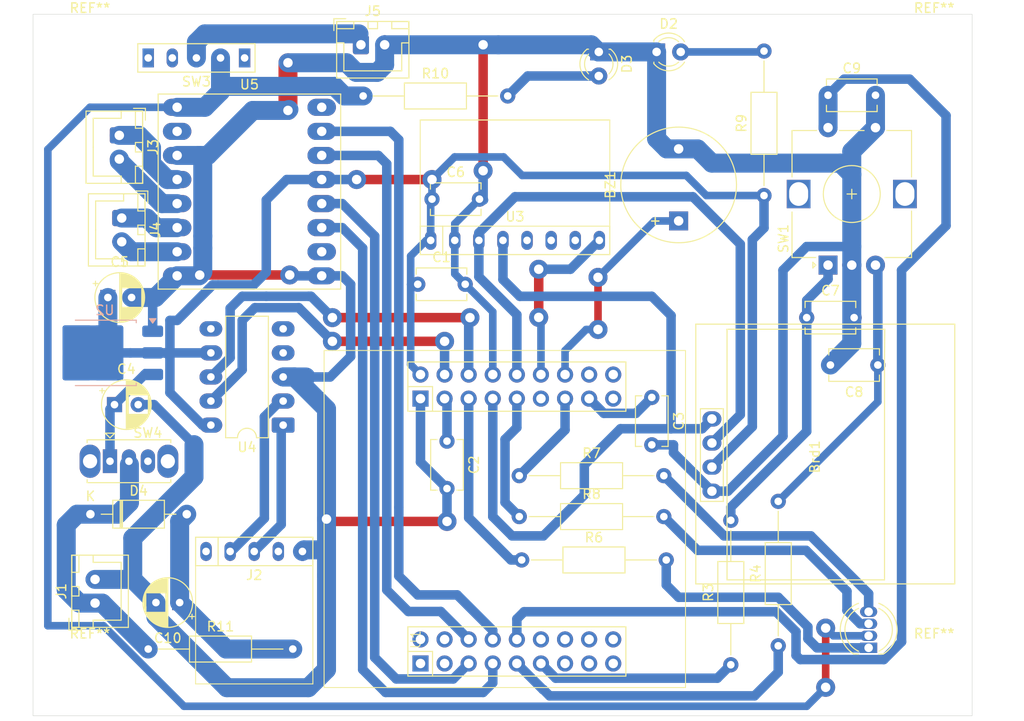
<source format=kicad_pcb>
(kicad_pcb (version 20241229) (generator "pcbnew") (generator_version "9.0")
  (layers (0 "F.Cu" signal) (2 "B.Cu" signal) (13 "F.Paste" user) (15 "B.Paste" user) (5 "F.SilkS" user "F.Silkscreen") (7 "B.SilkS" user "B.Silkscreen") (1 "F.Mask" user) (3 "B.Mask" user) (25 "Edge.Cuts" user))
  (net 0 "")
  (net 1 "+3V3")
  (net 2 "/SCL")
  (net 3 "GND")
  (net 4 "/SDA")
  (net 5 "/BUZZER")
  (net 6 "/EN")
  (net 7 "/IO0")
  (net 8 "Net-(SW4-A)")
  (net 9 "Net-(C7-Pad1)")
  (net 10 "/ROT_SW")
  (net 11 "Net-(D4-A)")
  (net 12 "Net-(D1-GK)")
  (net 13 "Net-(D1-RK)")
  (net 14 "Net-(D1-BK)")
  (net 15 "/VBAT")
  (net 16 "Net-(D2-A)")
  (net 17 "Net-(D3-A)")
  (net 18 "Net-(D4-K)")
  (net 19 "Net-(J2-D+)")
  (net 22 "Net-(J2-D-)")
  (net 23 "Net-(J3-Pin_1)")
  (net 24 "Net-(J3-Pin_2)")
  (net 25 "Net-(J4-Pin_2)")
  (net 26 "Net-(J4-Pin_1)")
  (net 27 "Net-(J5-Pin_1)")
  (net 28 "/ROT_B")
  (net 29 "/ROT_A")
  (net 30 "Net-(C8-Pad1)")
  (net 31 "/LED_R")
  (net 32 "/LED_G")
  (net 33 "/LED_B")
  (net 39 "/BIN2")
  (net 40 "/BIN1")
  (net 45 "/AIN2")
  (net 46 "/AIN1")
  (net 49 "/TX0")
  (net 51 "/RX0")
  (net 52 "/MPU_INT")
  (footprint "Button_Switch_THT:SW_Slide_SPDT_Straight_CK_OS102011MS2Q" (layer "F.Cu") (at 96.552 112.649)
    (property "Reference" "SW4")
    (property "Value" "SW_SPDT")
  )
  (footprint "Resistor_THT:R_Axial_DIN0207_L6.3mm_D2.5mm_P15.24mm_Horizontal" (layer "F.Cu") (at 165.5 84.62 90)
    (property "Reference" "R9")
    (property "Value" "10k")
  )
  (footprint "AKI_Toggle_SW:SPDT_With_Mounting_Hole" (layer "F.Cu") (at 105.664 70.104)
    (property "Reference" "SW3")
    (property "Value" "SW_SPDT")
  )
  (footprint "MountingHole:MountingHole_3.2mm_M3" (layer "F.Cu") (at 183.44 69.04)
    (property "Reference" "REF**")
    (property "Value" "MountingHole_3.2mm_M3")
  )
  (footprint "Resistor_THT:R_Axial_DIN0207_L6.3mm_D2.5mm_P15.24mm_Horizontal" (layer "F.Cu") (at 100.584 132.461)
    (property "Reference" "R11")
    (property "Value" "10k")
  )
  (footprint "Connector_JST:JST_XH_B2B-XH-A_1x02_P2.50mm_Vertical" (layer "F.Cu") (at 94.979 127.615 90)
    (property "Reference" "J1")
    (property "Value" "9V IN")
  )
  (footprint "ESP32:ESP-32SBoard" (layer "F.Cu") (at 129.286 131.445 90)
    (property "Reference" "U1")
    (property "Value" "ESP32-WROOM-32")
  )
  (footprint "MountingHole:MountingHole_3.2mm_M3" (layer "F.Cu") (at 183.44 135.04)
    (property "Reference" "REF**")
    (property "Value" "MountingHole_3.2mm_M3")
  )
  (footprint "Resistor_THT:R_Axial_DIN0207_L6.3mm_D2.5mm_P15.24mm_Horizontal" (layer "F.Cu") (at 139.954 123.063)
    (property "Reference" "R6")
    (property "Value" "1k")
  )
  (footprint "Capacitor_THT:C_Disc_D5.1mm_W3.2mm_P5.00mm" (layer "F.Cu") (at 170 97.5)
    (property "Reference" "C7")
    (property "Value" "0.1uF")
  )
  (footprint "Buzzer_Beeper:Buzzer_12x9.5RM7.6" (layer "F.Cu") (at 156.5 87.3 90)
    (property "Reference" "BZ1")
    (property "Value" "Buzzer")
  )
  (footprint "Capacitor_THT:C_Disc_D5.1mm_W3.2mm_P5.00mm" (layer "F.Cu") (at 172.252 74.041)
    (property "Reference" "C9")
    (property "Value" "0.1uF")
  )
  (footprint "Capacitor_THT:CP_Radial_D5.0mm_P2.50mm" (layer "F.Cu") (at 96.330888 95.377)
    (property "Reference" "C5")
    (property "Value" "22uF")
  )
  (footprint "Diode_THT:D_A-405_P10.16mm_Horizontal" (layer "F.Cu") (at 94.488 118.237)
    (property "Reference" "D4")
    (property "Value" "D")
  )
  (footprint "microUSB-board:MicroUSBBoard" (layer "F.Cu") (at 111.76 122.167)
    (property "Reference" "J2")
    (property "Value" "USB_B_Micro")
  )
  (footprint "Connector_JST:JST_XH_B2B-XH-A_1x02_P2.50mm_Vertical" (layer "F.Cu") (at 97.536 78.272 -90)
    (property "Reference" "J3")
    (property "Value" "Motor R")
  )
  (footprint "Capacitor_THT:C_Disc_D5.1mm_W3.2mm_P5.00mm" (layer "F.Cu") (at 130.5 85)
    (property "Reference" "C6")
    (property "Value" "0.1uF")
  )
  (footprint "MountingHole:MountingHole_3.2mm_M3" (layer "F.Cu") (at 94.44 69.04)
    (property "Reference" "REF**")
    (property "Value" "MountingHole_3.2mm_M3")
  )
  (footprint "Capacitor_THT:C_Disc_D5.1mm_W3.2mm_P5.00mm" (layer "F.Cu") (at 132.08 110.53 -90)
    (property "Reference" "C2")
    (property "Value" "0.1uF")
  )
  (footprint "LED_THT:LED_D3.0mm" (layer "F.Cu") (at 154.178 69.469)
    (property "Reference" "D2")
    (property "Value" "LED")
  )
  (footprint "Capacitor_THT:C_Disc_D5.1mm_W3.2mm_P5.00mm" (layer "F.Cu") (at 129 93.98)
    (property "Reference" "C1")
    (property "Value" "0.1uF")
  )
  (footprint "Resistor_THT:R_Axial_DIN0207_L6.3mm_D2.5mm_P15.24mm_Horizontal" (layer "F.Cu") (at 162 134.12 90)
    (property "Reference" "R3")
    (property "Value" "10k")
  )
  (footprint "Resistor_THT:R_Axial_DIN0207_L6.3mm_D2.5mm_P15.24mm_Horizontal" (layer "F.Cu") (at 167 132.12 90)
    (property "Reference" "R4")
    (property "Value" "10k")
  )
  (footprint "GY-521:GY-521_Part_side_up" (layer "F.Cu") (at 139.25 89.35 180)
    (property "Reference" "U3")
    (property "Value" "GY-521")
  )
  (footprint "DRV8833_Module:DRV8833_Module" (layer "F.Cu") (at 111.252 84.201 -90)
    (property "Reference" "U5")
    (property "Value" "DRV8833 Module")
  )
  (footprint "LED_THT:LED_D5.0mm-4_RGB" (layer "F.Cu") (at 176.53 132.334 90)
    (property "Reference" "D1" (hide yes))
    (property "Value" "LED_RABG")
  )
  (footprint "Capacitor_THT:C_Disc_D5.1mm_W3.2mm_P5.00mm" (layer "F.Cu") (at 153.67 105.918 -90)
    (property "Reference" "C3")
    (property "Value" "0.1uF")
  )
  (footprint "Connector_JST:JST_XH_B2B-XH-A_1x02_P2.50mm_Vertical" (layer "F.Cu") (at 123.0068 68.7154)
    (property "Reference" "J5")
    (property "Value" "Motor BAT")
  )
  (footprint "Capacitor_THT:CP_Radial_D5.0mm_P2.50mm" (layer "F.Cu") (at 97.028 106.68)
    (property "Reference" "C4")
    (property "Value" "10uF")
  )
  (footprint "MountingHole:MountingHole_3.2mm_M3" (layer "F.Cu") (at 94.44 135.04)
    (property "Reference" "REF**")
    (property "Value" "MountingHole_3.2mm_M3")
  )
  (footprint "Resistor_THT:R_Axial_DIN0207_L6.3mm_D2.5mm_P15.24mm_Horizontal" (layer "F.Cu") (at 139.7 118.491)
    (property "Reference" "R8")
    (property "Value" "1k")
  )
  (footprint "LED_THT:LED_D3.0mm" (layer "F.Cu") (at 148.082 69.469 -90)
    (property "Reference" "D3")
    (property "Value" "LED")
  )
  (footprint "Capacitor_THT:C_Disc_D5.1mm_W3.2mm_P5.00mm" (layer "F.Cu") (at 177.5 102.5 180)
    (property "Reference" "C8")
    (property "Value" "0.1uF")
  )
  (footprint "SSD1306:128x64OLED" (layer "F.Cu") (at 170.608 112.187 90)
    (property "Reference" "Brd1")
    (property "Value" "SSD1306")
  )
  (footprint "Resistor_THT:R_Axial_DIN0207_L6.3mm_D2.5mm_P15.24mm_Horizontal" (layer "F.Cu") (at 139.7 114.173)
    (property "Reference" "R7")
    (property "Value" "1k")
  )
  (footprint "Rotary_Encoder:RotaryEncoder_Alps_EC12E-Switch_Vertical_H20mm" (layer "F.Cu") (at 172.252 91.959 90)
    (property "Reference" "SW1")
    (property "Value" "RotaryEncoder_Switch")
  )
  (footprint "Resistor_THT:R_Axial_DIN0207_L6.3mm_D2.5mm_P15.24mm_Horizontal" (layer "F.Cu") (at 123.2408 74.1172)
    (property "Reference" "R10")
    (property "Value" "10k")
  )
  (footprint "Capacitor_THT:CP_Radial_D5.0mm_P2.50mm" (layer "F.Cu") (at 103.8968 127.5588 180)
    (property "Reference" "C10")
    (property "Value" "100uF")
  )
  (footprint "Package_DIP:DIP-10_W7.62mm_LongPads" (layer "F.Cu") (at 114.808 108.839 180)
    (property "Reference" "U4")
    (property "Value" "CH340E")
  )
  (footprint "Connector_JST:JST_XH_B2B-XH-A_1x02_P2.50mm_Vertical" (layer "F.Cu") (at 97.79 86.995 -90)
    (property "Reference" "J4")
    (property "Value" "Motor L")
  )
  (footprint "Package_TO_SOT_SMD:TO-252-3_TabPin2" (layer "B.Cu") (at 96.012 101.219 180)
    (property "Reference" "U2")
    (property "Value" "AZ1084-3.3")
  )
  (gr_rect (start 88.44 65.5) (end 187.44 139.5) (stroke (width 0.05)) (fill no) (layer "Edge.Cuts"))
  (gr_circle (center 183.44 135.04) (end 184.94 135.04) (stroke (width 0.05)) (fill no) (layer "Edge.Cuts"))
  (segment (start 122.555 82.931) (end 130.5 82.931) (width 1) (layer "F.Cu") (net 1))
  (via (at 130.5 82.931) (size 2) (drill 1) (layers "F.Cu" "B.Cu") (net 1))
  (via (at 122.555 82.931) (size 2) (drill 1) (layers "F.Cu" "B.Cu") (net 1))
  (segment (start 130.36 89.35) (end 130.36 88.12) (width 0.8) (layer "B.Cu") (net 1))
  (segment (start 130.36 89.35) (end 129.9 89.35) (width 0.8) (layer "B.Cu") (net 1))
  (segment (start 164.268999 89.268999) (end 165.5 88.037998) (width 1) (layer "B.Cu") (net 1))
  (segment (start 102.87 101.6) (end 102.87 105.41) (width 1) (layer "B.Cu") (net 1))
  (segment (start 160.008 113.267) (end 164.268999 109.006001) (width 1) (layer "B.Cu") (net 1))
  (segment (start 129.9 89.35) (end 128.25 91) (width 0.8) (layer "B.Cu") (net 1))
  (segment (start 159.42705 84.62) (end 165.5 84.62) (width 0.8) (layer "B.Cu") (net 1))
  (segment (start 102.87 97.79) (end 102.87 101.6) (width 1) (layer "B.Cu") (net 1))
  (segment (start 102.87 105.41) (end 106.299 108.839) (width 1) (layer "B.Cu") (net 1))
  (segment (start 165.5 88.037998) (end 165.5 84.62) (width 1) (layer "B.Cu") (net 1))
  (segment (start 132.882 80.549) (end 138.049 80.549) (width 0.8) (layer "B.Cu") (net 1))
  (segment (start 107.379576 94.049) (end 107.95 94.049) (width 1) (layer "B.Cu") (net 1))
  (segment (start 106.964288 94.464288) (end 107.379576 94.049) (width 1) (layer "B.Cu") (net 1))
  (segment (start 96.330888 99.597888) (end 96.427 99.694) (width 2) (layer "B.Cu") (net 1))
  (segment (start 140 82.5) (end 157.30705 82.5) (width 0.8) (layer "B.Cu") (net 1))
  (segment (start 157.30705 82.5) (end 159.42705 84.62) (width 0.8) (layer "B.Cu") (net 1))
  (segment (start 138.049 80.549) (end 140 82.5) (width 0.8) (layer "B.Cu") (net 1))
  (segment (start 128.27 93.98) (end 128.25 94) (width 0.8) (layer "B.Cu") (net 1))
  (segment (start 128.25 102.469) (end 129.286 103.505) (width 0.8) (layer "B.Cu") (net 1))
  (segment (start 129 93.98) (end 128.27 93.98) (width 0.8) (layer "B.Cu") (net 1))
  (segment (start 98.7044 101.219) (end 94.752 101.219) (width 1) (layer "B.Cu") (net 1))
  (segment (start 128.25 94) (end 128.25 102.469) (width 0.8) (layer "B.Cu") (net 1))
  (segment (start 96.330888 95.377) (end 96.330888 99.597888) (width 2) (layer "B.Cu") (net 1))
  (segment (start 129 93.98) (end 129 94) (width 0.8) (layer "B.Cu") (net 1))
  (segment (start 102.87 97.79) (end 103.638577 97.79) (width 1) (layer "B.Cu") (net 1))
  (segment (start 101.052 101.219) (end 107.188 101.219) (width 1) (layer "B.Cu") (net 1))
  (segment (start 130.36 85.14) (end 130.5 85) (width 0.8) (layer "B.Cu") (net 1))
  (segment (start 122.301 82.931) (end 118.872 82.931) (width 1) (layer "B.Cu") (net 1))
  (segment (start 130.5 82.931) (end 130.5 85) (width 0.8) (layer "B.Cu") (net 1))
  (segment (start 122.555 83.185) (end 122.301 82.931) (width 1) (layer "B.Cu") (net 1))
  (segment (start 101.052 101.219) (end 102.489 101.219) (width 1) (layer "B.Cu") (net 1))
  (segment (start 128.25 91) (end 128.25 94) (width 0.8) (layer "B.Cu") (net 1))
  (segment (start 118.497577 82.931) (end 118.872 82.931) (width 1) (layer "B.Cu") (net 1))
  (segment (start 103.638577 97.79) (end 106.964288 94.464288) (width 1) (layer "B.Cu") (net 1))
  (segment (start 101.052 101.219) (end 98.7044 101.219) (width 1) (layer "B.Cu") (net 1))
  (segment (start 130.5 82.931) (end 132.882 80.549) (width 0.8) (layer "B.Cu") (net 1))
  (segment (start 102.489 101.219) (end 102.87 101.6) (width 1) (layer "B.Cu") (net 1))
  (segment (start 111.691 94.049) (end 113.03 92.71) (width 1) (layer "B.Cu") (net 1))
  (segment (start 113.03 85.09) (end 115.189 82.931) (width 1) (layer "B.Cu") (net 1))
  (segment (start 164.268999 109.006001) (end 164.268999 89.268999) (width 1) (layer "B.Cu") (net 1))
  (segment (start 115.189 82.931) (end 118.872 82.931) (width 1) (layer "B.Cu") (net 1))
  (segment (start 107.95 94.049) (end 111.691 94.049) (width 1) (layer "B.Cu") (net 1))
  (segment (start 106.299 108.839) (end 107.188 108.839) (width 1) (layer "B.Cu") (net 1))
  (segment (start 113.03 92.71) (end 113.03 85.09) (width 1) (layer "B.Cu") (net 1))
  (segment (start 130.36 89.35) (end 130.36 85.14) (width 0.8) (layer "B.Cu") (net 1))
  (segment (start 139.446 103.505) (end 139.446 97.196) (width 1) (layer "B.Cu") (net 2))
  (segment (start 158 84.75) (end 163 89.75) (width 1) (layer "B.Cu") (net 2))
  (segment (start 135.44 93.19) (end 135.44 89.35) (width 1) (layer "B.Cu") (net 2))
  (segment (start 163 89.75) (end 163 107.735) (width 1) (layer "B.Cu") (net 2))
  (segment (start 160.008 110.727) (end 160.291 110.727) (width 1) (layer "B.Cu") (net 2))
  (segment (start 135.44 89.35) (end 135.44 88.56) (width 1) (layer "B.Cu") (net 2))
  (segment (start 139.7 103.251) (end 139.446 103.505) (width 1) (layer "B.Cu") (net 2))
  (segment (start 135.44 88.56) (end 139.25 84.75) (width 1) (layer "B.Cu") (net 2))
  (segment (start 158 84.75) (end 139.25 84.75) (width 1) (layer "B.Cu") (net 2))
  (segment (start 139.446 97.196) (end 135.44 93.19) (width 1) (layer "B.Cu") (net 2))
  (segment (start 163 107.735) (end 160.008 110.727) (width 1) (layer "B.Cu") (net 2))
  (segment (start 115.5 93) (end 106.023 93) (width 1) (layer "F.Cu") (net 3))
  (segment (start 135.89 82) (end 135.89 68.7154) (width 1) (layer "F.Cu") (net 3))
  (segment (start 115.316 75.6412) (end 115.316 71.2724) (width 2) (layer "F.Cu") (net 3))
  (segment (start 132.08 119) (end 119.5 119) (width 1) (layer "F.Cu") (net 3))
  (segment (start 135.89 68.7154) (end 135.89 68.58) (width 1) (layer "F.Cu") (net 3))
  (segment (start 106.023 93) (end 106.0115 93.0115) (width 1) (layer "F.Cu") (net 3))
  (segment (start 115.316 71.2724) (end 115.316 70.612) (width 2) (layer "F.Cu") (net 3))
  (via (at 119.38 118.75) (size 2) (drill 1) (layers "F.Cu" "B.Cu") (net 3))
  (via (at 132.08 119) (size 2) (drill 1) (layers "F.Cu" "B.Cu") (net 3))
  (via (at 106.0115 93.0115) (size 2) (drill 1) (layers "F.Cu" "B.Cu") (net 3))
  (via (at 115.316 75.6412) (size 1.5) (drill 1) (layers "F.Cu" "B.Cu") (net 3))
  (via (at 135.89 82) (size 2) (drill 1) (layers "F.Cu" "B.Cu") (net 3))
  (via (at 115.5 93) (size 2) (drill 1) (layers "F.Cu" "B.Cu") (net 3))
  (via (at 135.89 68.7154) (size 1.5) (drill 1) (layers "F.Cu" "B.Cu") (net 3))
  (via (at 115.316 70.612) (size 1.5) (drill 1) (layers "F.Cu" "B.Cu") (net 3))
  (segment (start 111.6076 75.6412) (end 115.316 75.6412) (width 2) (layer "B.Cu") (net 3))
  (segment (start 106.333 88.9) (end 106.333 80.792) (width 2) (layer "B.Cu") (net 3))
  (segment (start 115.316 70.612) (end 121.49445 70.612) (width 2) (layer "B.Cu") (net 3))
  (segment (start 121.92 101.6) (end 119.761 103.759) (width 1) (layer "B.Cu") (net 3))
  (segment (start 119.38 118.75) (end 119.38 107.139) (width 2) (layer "B.Cu") (net 3))
  (segment (start 105.932 93.091) (end 106.0115 93.0115) (width 2) (layer "B.Cu") (net 3))
  (segment (start 160.008 115.807) (end 161.693 115.807) (width 1) (layer "B.Cu") (net 3))
  (segment (start 158.5 79.7) (end 155.25 79.7) (width 2) (layer "B.Cu") (net 3))
  (segment (start 174.752 100.248) (end 172.5 102.5) (width 2) (layer "B.Cu") (net 3))
  (segment (start 167.5 92.5) (end 170 90) (width 1) (layer "B.Cu") (net 3))
  (segment (start 106.333 90.17) (end 106.333 88.9) (width 2) (layer "B.Cu") (net 3))
  (segment (start 103.632 80.391) (end 105.932 80.391) (width 2) (layer "B.Cu") (net 3))
  (segment (start 101.1936 106.68) (end 99.528 106.68) (width 1) (layer "B.Cu") (net 3))
  (segment (start 119.38 122) (end 119.38 118.75) (width 2) (layer "B.Cu") (net 3))
  (segment (start 170 90) (end 174.752 90) (width 1) (layer "B.Cu") (net 3))
  (segment (start 106.0115 93.0115) (end 106.333 92.69) (width 2) (layer "B.Cu") (net 3))
  (segment (start 160 81.2) (end 158.5 79.7) (width 2) (layer "B.Cu") (net 3))
  (segment (start 115.316 75.6412) (end 115.4176 75.5396) (width 2) (layer "B.Cu") (net 3))
  (segment (start 119.38 124.707) (end 119.38 122) (width 2) (layer "B.Cu") (net 3))
  (segment (start 105.41 114.3) (end 105.41 110.8964) (width 2) (layer "B.Cu") (net 3))
  (segment (start 117.007 122) (end 116.84 122.167) (width 2) (layer "B.Cu") (net 3))
  (segment (start 101.052 95.671) (end 101.346 95.377) (width 1) (layer "B.Cu") (net 3))
  (segment (start 174.752 82.4) (end 173.552 81.2) (width 2) (layer "B.Cu") (net 3))
  (segment (start 132.9 92.88) (end 132.9 89.35) (width 0.8) (layer "B.Cu") (net 3))
  (segment (start 121.49445 70.612) (end 122.51045 71.628) (width 2) (layer "B.Cu") (net 3))
  (segment (start 101.3968 127.5588) (end 101.3968 129.0608) (width 2) (layer "B.Cu") (net 3))
  (segment (start 108.875 136.539) (end 117.461 136.539) (width 2) (layer "B.Cu") (net 3))
  (segment (start 101.3968 129.0608) (end 108.875 136.539) (width 2) (layer "B.Cu") (net 3))
  (segment (start 118.11 103.759) (end 114.808 103.759) (width 1) (layer "B.Cu") (net 3))
  (segment (start 167.5 110) (end 167.5 92.5) (width 1) (layer "B.Cu") (net 3))
  (segment (start 137.12 103.291) (end 136.906 103.505) (width 1) (layer "B.Cu") (net 3))
  (segment (start 125.5068 70.8352) (end 125.5068 68.7154) (width 2) (layer "B.Cu") (net 3))
  (segment (start 119.38 134.62) (end 119.38 124.707) (width 2) (layer "B.Cu") (net 3))
  (segment (start 137.5 68.7154) (end 125.5068 68.7154) (width 2) (layer "B.Cu") (net 3))
  (segment (start 119.38 107.139) (end 116 103.759) (width 2) (layer "B.Cu") (net 3))
  (segment (start 154.178 78.628) (end 154.178 69.469) (width 2) (layer "B.Cu") (net 3))
  (segment (start 118.872 93.091) (end 121.031 93.091) (width 1) (layer "B.Cu") (net 3))
  (segment (start 174.752 82.4) (end 174.752 79.959) (width 2) (layer "B.Cu") (net 3))
  (segment (start 135.89 85.05) (end 135.921 85.081) (width 1) (layer "B.Cu") (net 3))
  (segment (start 129.286 106.045) (end 129.286 112.736) (width 1) (layer "B.Cu") (net 3))
  (segment (start 133.135 93.115) (end 132.9 92.88) (width 0.8) (layer "B.Cu") (net 3))
  (segment (start 98.953 125.115) (end 98.953 120.757) (width 2) (layer "B.Cu") (net 3))
  (segment (start 124.714 71.628) (end 125.5068 70.8352) (width 2) (layer "B.Cu") (net 3))
  (segment (start 116 103.759) (end 114.808 103.759) (width 2) (layer "B.Cu") (net 3))
  (segment (start 119.761 103.759) (end 118.11 103.759) (width 1) (layer "B.Cu") (net 3))
  (segment (start 133.135 93.115) (end 134 93.98) (width 0.8) (layer "B.Cu") (net 3))
  (segment (start 121.92 93.98) (end 121.92 101.6) (width 1) (layer "B.Cu") (net 3))
  (segment (start 133.135 93.115) (end 136.906 96.886) (width 0.8) (layer "B.Cu") (net 3))
  (segment (start 174.752 90) (end 174.752 91.959) (width 2) (layer "B.Cu") (net 3))
  (segment (start 161.693 115.807) (end 167.5 110) (width 1) (layer "B.Cu") (net 3))
  (segment (start 101.346 95.377) (end 103.632 93.091) (width 2) (layer "B.Cu") (net 3))
  (segment (start 154.178 69.469) (end 148.082 69.469) (width 2) (layer "B.Cu") (net 3))
  (segment (start 101.052 98.939) (end 101.052 95.671) (width 1) (layer "B.Cu") (net 3))
  (segment (start 105.41 110.8964) (end 101.1936 106.68) (width 1) (layer "B.Cu") (net 3))
  (segment (start 132.08 119) (end 132.08 119.17) (width 1) (layer "B.Cu") (net 3))
  (segment (start 103.632 93.091) (end 105.932 93.091) (width 2) (layer "B.Cu") (net 3))
  (segment (start 129.286 112.736) (end 132.08 115.53) (width 1) (layer "B.Cu") (net 3))
  (segment (start 132.08 119.17) (end 132 119.25) (width 1) (layer "B.Cu") (net 3))
  (segment (start 135.89 85.05) (end 135.93 85.09) (width 1) (layer "B.Cu") (net 3))
  (segment (start 118.872 93.091) (end 115.591 93.091) (width 1) (layer "B.Cu") (net 3))
  (segment (start 148.031 69.469) (end 147.2774 68.7154) (width 2) (layer "B.Cu") (net 3))
  (segment (start 147.2774 68.7154) (end 137.5 68.7154) (width 2) (layer "B.Cu") (net 3))
  (segment (start 105.932 80.391) (end 106.8578 80.391) (width 2) (layer "B.Cu") (net 3))
  (segment (start 117.461 136.539) (end 119.38 134.62) (width 2) (layer "B.Cu") (net 3))
  (segment (start 177.252 74.041) (end 177.252 77.459) (width 2) (layer "B.Cu") (net 3))
  (segment (start 132.9 87.6) (end 135.5 85) (width 0.8) (layer "B.Cu") (net 3))
  (segment (start 98.953 120.757) (end 105.41 114.3) (width 2) (layer "B.Cu") (net 3))
  (segment (start 155.956 111.755) (end 160.008 115.807) (width 1) (layer "B.Cu") (net 3))
  (segment (start 136.906 96.886) (end 136.906 103.505) (width 0.8) (layer "B.Cu") (net 3))
  (segment (start 155.25 79.7) (end 154.178 78.628) (width 2) (layer "B.Cu") (net 3))
  (segment (start 121.031 93.091) (end 121.92 93.98) (width 1) (layer "B.Cu") (net 3))
  (segment (start 117.208 103.759) (end 114.808 103.759) (width 2) (layer "B.Cu") (net 3))
  (segment (start 106.333 80.792) (end 105.932 80.391) (width 2) (layer "B.Cu") (net 3))
  (segment (start 119.38 122) (end 117.007 122) (width 2) (layer "B.Cu") (net 3))
  (segment (start 173.552 81.2) (end 160 81.2) (width 2) (layer "B.Cu") (net 3))
  (segment (start 122.51045 71.628) (end 124.714 71.628) (width 2) (layer "B.Cu") (net 3))
  (segment (start 174.752 91.959) (end 174.752 100.248) (width 2) (layer "B.Cu") (net 3))
  (segment (start 98.953 125.115) (end 101.3968 127.5588) (width 2) (layer "B.Cu") (net 3))
  (segment (start 98.830888 95.377) (end 101.346 95.377) (width 2) (layer "B.Cu") (net 3))
  (segment (start 115.5 93) (end 115.591 93.091) (width 1) (layer "B.Cu") (net 3))
  (segment (start 135.89 85.05) (end 135.89 82) (width 1) (layer "B.Cu") (net 3))
  (segment (start 174.752 79.959) (end 177.252 77.459) (width 2) (layer "B.Cu") (net 3))
  (segment (start 106.333 92.69) (end 106.333 90.17) (width 2) (layer "B.Cu") (net 3))
  (segment (start 174.752 90) (end 174.752 82.4) (width 2) (layer "B.Cu") (net 3))
  (segment (start 148.082 69.469) (end 148.031 69.469) (width 2) (layer "B.Cu") (net 3))
  (segment (start 94.979 125.115) (end 98.953 125.115) (width 2) (layer "B.Cu") (net 3))
  (segment (start 155.956 110.918) (end 153.67 110.918) (width 1) (layer "B.Cu") (net 3))
  (segment (start 132.08 115.53) (end 132.08 119) (width 1) (layer "B.Cu") (net 3))
  (segment (start 155.956 110.918) (end 155.956 111.755) (width 1) (layer "B.Cu") (net 3))
  (segment (start 132.9 89.35) (end 132.9 87.6) (width 0.8) (layer "B.Cu") (net 3))
  (segment (start 106.8578 80.391) (end 111.6076 75.6412) (width 2) (layer "B.Cu") (net 3))
  (segment (start 150.368 109.22) (end 155.702 109.22) (width 1) (layer "B.Cu") (net 4))
  (segment (start 155.702 109.22) (end 158.975 109.22) (width 1) (layer "B.Cu") (net 4))
  (segment (start 139.75 95.25) (end 137.98 93.48) (width 1) (layer "B.Cu") (net 4))
  (segment (start 146.558 113.03) (end 150.368 109.22) (width 1) (layer "B.Cu") (net 4))
  (segment (start 155.702 97.282) (end 153.67 95.25) (width 1) (layer "B.Cu") (net 4))
  (segment (start 155.702 109.22) (end 155.702 97.282) (width 1) (layer "B.Cu") (net 4))
  (segment (start 136.906 106.045) (end 136.906 118.491) (width 1) (layer "B.Cu") (net 4))
  (segment (start 137.98 93.48) (end 137.98 89.35) (width 1) (layer "B.Cu") (net 4))
  (segment (start 158.975 109.22) (end 160.008 108.187) (width 1) (layer "B.Cu") (net 4))
  (segment (start 136.906 118.491) (end 138.938 120.523) (width 1) (layer "B.Cu") (net 4))
  (segment (start 142.24 120.523) (end 146.558 116.205) (width 1) (layer "B.Cu") (net 4))
  (segment (start 153.67 95.25) (end 139.75 95.25) (width 1) (layer "B.Cu") (net 4))
  (segment (start 138.938 120.523) (end 142.24 120.523) (width 1) (layer "B.Cu") (net 4))
  (segment (start 146.558 116.205) (end 146.558 113.03) (width 1) (layer "B.Cu") (net 4))
  (segment (start 148 93.25) (end 148 98.75) (width 0.8) (layer "F.Cu") (net 5))
  (via (at 148 93.25) (size 2) (drill 1) (layers "F.Cu" "B.Cu") (net 5))
  (via (at 148 98.75) (size 2) (drill 1) (layers "F.Cu" "B.Cu") (net 5))
  (segment (start 148 98.75) (end 146.75 98.75) (width 0.8) (layer "B.Cu") (net 5))
  (segment (start 153.95 87.3) (end 148 93.25) (width 0.8) (layer "B.Cu") (net 5))
  (segment (start 146.75 98.75) (end 144.526 100.974) (width 0.8) (layer "B.Cu") (net 5))
  (segment (start 144.526 100.974) (end 144.526 103.505) (width 0.8) (layer "B.Cu") (net 5))
  (segment (start 156.5 87.3) (end 153.95 87.3) (width 0.8) (layer "B.Cu") (net 5))
  (segment (start 132.08 110.53) (end 132.08 106.299) (width 1) (layer "B.Cu") (net 6))
  (segment (start 132.08 106.299) (end 131.826 106.045) (width 1) (layer "B.Cu") (net 6))
  (segment (start 148.617 107.596) (end 151.992 107.596) (width 1) (layer "B.Cu") (net 7))
  (segment (start 147.066 106.045) (end 148.617 107.596) (width 1) (layer "B.Cu") (net 7))
  (segment (start 151.992 107.596) (end 153.67 105.918) (width 1) (layer "B.Cu") (net 7))
  (segment (start 100.209 103.499) (end 97.028 106.68) (width 1) (layer "B.Cu") (net 8))
  (segment (start 96.552 112.649) (end 96.552 107.156) (width 1) (layer "B.Cu") (net 8))
  (segment (start 96.552 107.156) (end 97.028 106.68) (width 1) (layer "B.Cu") (net 8))
  (segment (start 101.052 103.499) (end 100.209 103.499) (width 1) (layer "B.Cu") (net 8))
  (segment (start 170 97.5) (end 170 109.5) (width 1) (layer "B.Cu") (net 9))
  (segment (start 162 117.5) (end 162 118.88) (width 1) (layer "B.Cu") (net 9))
  (segment (start 172.252 92.035) (end 172.212 92.075) (width 1) (layer "B.Cu") (net 9))
  (segment (start 172.252 93.432) (end 170 95.684) (width 1) (layer "B.Cu") (net 9))
  (segment (start 170 95.684) (end 170 97.5) (width 1) (layer "B.Cu") (net 9))
  (segment (start 170 109.5) (end 162 117.5) (width 1) (layer "B.Cu") (net 9))
  (segment (start 172.252 91.959) (end 172.252 92.035) (width 1) (layer "B.Cu") (net 9))
  (segment (start 172.252 91.959) (end 172.252 93.432) (width 1) (layer "B.Cu") (net 9))
  (segment (start 172.252 74.041) (end 173.953 72.34) (width 1) (layer "B.Cu") (net 10))
  (segment (start 140.208 128.524) (end 139.446 129.286) (width 1) (layer "B.Cu") (net 10))
  (segment (start 168.875 133.125) (end 168.875 130.624999) (width 1) (layer "B.Cu") (net 10))
  (segment (start 180.8488 72.34) (end 184.6898 76.181) (width 1) (layer "B.Cu") (net 10))
  (segment (start 172.252 74.041) (end 172.252 77.459) (width 2) (layer "B.Cu") (net 10))
  (segment (start 180 92.4912) (end 180 131.701) (width 1) (layer "B.Cu") (net 10))
  (segment (start 178.131 133.57) (end 169.32 133.57) (width 1) (layer "B.Cu") (net 10))
  (segment (start 180 131.701) (end 178.131 133.57) (width 1) (layer "B.Cu") (net 10))
  (segment (start 184.6898 76.181) (end 184.6898 87.8014) (width 1) (layer "B.Cu") (net 10))
  (segment (start 166.774001 128.524) (end 140.208 128.524) (width 1) (layer "B.Cu") (net 10))
  (segment (start 168.875 130.624999) (end 166.774001 128.524) (width 1) (layer "B.Cu") (net 10))
  (segment (start 169.32 133.57) (end 168.875 133.125) (width 1) (layer "B.Cu") (net 10))
  (segment (start 173.953 72.34) (end 180.8488 72.34) (width 1) (layer "B.Cu") (net 10))
  (segment (start 184.6898 87.8014) (end 180 92.4912) (width 1) (layer "B.Cu") (net 10))
  (segment (start 139.446 129.286) (end 139.446 131.445) (width 1) (layer "B.Cu") (net 10))
  (segment (start 108.799 132.461) (end 103.8968 127.5588) (width 2) (layer "B.Cu") (net 11))
  (segment (start 103.8968 118.9882) (end 104.648 118.237) (width 2) (layer "B.Cu") (net 11))
  (segment (start 115.824 132.461) (end 108.799 132.461) (width 2) (layer "B.Cu") (net 11))
  (segment (start 103.8968 127.5588) (end 103.8968 118.9882) (width 2) (layer "B.Cu") (net 11))
  (segment (start 176.53 126.619) (end 170.434 120.523) (width 1) (layer "B.Cu") (net 12))
  (segment (start 161.29 120.523) (end 157.226 116.459) (width 1) (layer "B.Cu") (net 12))
  (segment (start 154.94 114.173) (end 157.226 116.459) (width 1) (layer "B.Cu") (net 12))
  (segment (start 176.53 128.524) (end 176.53 126.619) (width 1) (layer "B.Cu") (net 12))
  (segment (start 170.434 120.523) (end 161.29 120.523) (width 1) (layer "B.Cu") (net 12))
  (segment (start 170.125 131.375) (end 170.125 130.125) (width 1) (layer "B.Cu") (net 13))
  (segment (start 170.125 130.125) (end 167 127) (width 1) (layer "B.Cu") (net 13))
  (segment (start 156.5 127) (end 155.194 125.694) (width 1) (layer "B.Cu") (net 13))
  (segment (start 155.194 125.694) (end 155.194 123.063) (width 1) (layer "B.Cu") (net 13))
  (segment (start 176.53 132.334) (end 171.084 132.334) (width 1) (layer "B.Cu") (net 13))
  (segment (start 171.084 132.334) (end 170.125 131.375) (width 1) (layer "B.Cu") (net 13))
  (segment (start 167 127) (end 156.5 127) (width 1) (layer "B.Cu") (net 13))
  (segment (start 174.244 128.397) (end 175.641 129.794) (width 1) (layer "B.Cu") (net 14))
  (segment (start 158.496 122.047) (end 169.926 122.047) (width 1) (layer "B.Cu") (net 14))
  (segment (start 174.244 126.365) (end 174.244 128.397) (width 1) (layer "B.Cu") (net 14))
  (segment (start 169.926 122.047) (end 174.244 126.365) (width 1) (layer "B.Cu") (net 14))
  (segment (start 154.94 118.491) (end 158.496 122.047) (width 1) (layer "B.Cu") (net 14))
  (segment (start 175.641 129.794) (end 176.53 129.794) (width 1) (layer "B.Cu") (net 14))
  (segment (start 172 130.25) (end 172 136.5) (width 0.8) (layer "F.Cu") (net 15))
  (segment (start 172 136.5) (end 172 136.75) (width 0.8) (layer "F.Cu") (net 15))
  (via (at 172 130.25) (size 2) (drill 1) (layers "F.Cu" "B.Cu") (net 15))
  (via (at 172 136.5) (size 2) (drill 1) (layers "F.Cu" "B.Cu") (net 15))
  (segment (start 108.204 73.1012) (end 120.233463 73.1012) (width 2) (layer "B.Cu") (net 15))
  (segment (start 176.53 131.064) (end 172.814 131.064) (width 0.8) (layer "B.Cu") (net 15))
  (segment (start 108.204 73.1012) (end 108.204 70.104) (width 2) (layer "B.Cu") (net 15))
  (segment (start 90 130) (end 95.858844 130) (width 0.8) (layer "B.Cu") (net 15))
  (segment (start 94.439 75.311) (end 90 79.75) (width 0.8) (layer "B.Cu") (net 15))
  (segment (start 172.814 131.064) (end 172.75 131) (width 0.8) (layer "B.Cu") (net 15))
  (segment (start 104.358844 138.5) (end 170 138.5) (width 0.8) (layer "B.Cu") (net 15))
  (segment (start 103.632 75.311) (end 94.439 75.311) (width 0.8) (layer "B.Cu") (net 15))
  (segment (start 121.249463 74.1172) (end 123.2408 74.1172) (width 2) (layer "B.Cu") (net 15))
  (segment (start 170 138.5) (end 172 136.5) (width 0.8) (layer "B.Cu") (net 15))
  (segment (start 95.858844 130) (end 104.358844 138.5) (width 0.8) (layer "B.Cu") (net 15))
  (segment (start 90 79.75) (end 90 130) (width 0.8) (layer "B.Cu") (net 15))
  (segment (start 108.204 73.66) (end 108.204 73.1012) (width 2) (layer "B.Cu") (net 15))
  (segment (start 120.233463 73.1012) (end 121.249463 74.1172) (width 2) (layer "B.Cu") (net 15))
  (segment (start 172.75 131) (end 172 130.25) (width 0.8) (layer "B.Cu") (net 15))
  (segment (start 106.553 75.311) (end 108.204 73.66) (width 2) (layer "B.Cu") (net 15))
  (segment (start 103.632 75.311) (end 106.553 75.311) (width 2) (layer "B.Cu") (net 15))
  (segment (start 156.718 69.469) (end 165.411 69.469) (width 0.8) (layer "B.Cu") (net 16))
  (segment (start 165.411 69.469) (end 165.5 69.38) (width 0.8) (layer "B.Cu") (net 16))
  (segment (start 138.4808 74.1172) (end 140.589 72.009) (width 1) (layer "B.Cu") (net 17))
  (segment (start 140.589 72.009) (end 148.082 72.009) (width 1) (layer "B.Cu") (net 17))
  (segment (start 94.979 127.615) (end 93.325 127.615) (width 2) (layer "B.Cu") (net 18))
  (segment (start 93.325 127.615) (end 91.941 126.231) (width 2) (layer "B.Cu") (net 18))
  (segment (start 98.601 117.024) (end 98.601 113.005578) (width 2) (layer "B.Cu") (net 18))
  (segment (start 94.979 127.615) (end 95.738 127.615) (width 2) (layer "B.Cu") (net 18))
  (segment (start 94.488 118.237) (end 97.388 118.237) (width 2) (layer "B.Cu") (net 18))
  (segment (start 97.388 118.237) (end 98.601 117.024) (width 2) (layer "B.Cu") (net 18))
  (segment (start 91.941 126.231) (end 91.941 119.38) (width 2) (layer "B.Cu") (net 18))
  (segment (start 95.738 127.615) (end 100.584 132.461) (width 2) (layer "B.Cu") (net 18))
  (segment (start 91.941 119.38) (end 93.084 118.237) (width 2) (layer "B.Cu") (net 18))
  (segment (start 93.084 118.237) (end 94.488 118.237) (width 2) (layer "B.Cu") (net 18))
  (segment (start 114.808 108.839) (end 114.6048 109.0422) (width 1) (layer "B.Cu") (net 19))
  (segment (start 114.6048 109.0422) (end 114.6048 119.3222) (width 1) (layer "B.Cu") (net 19))
  (segment (start 114.6048 119.3222) (end 111.76 122.167) (width 1) (layer "B.Cu") (net 19))
  (segment (start 112.8268 118.6688) (end 109.3286 122.167) (width 1) (layer "B.Cu") (net 22))
  (segment (start 112.8268 107.968356) (end 112.8268 118.6688) (width 1) (layer "B.Cu") (net 22))
  (segment (start 114.496156 106.299) (end 112.8268 107.968356) (width 1) (layer "B.Cu") (net 22))
  (segment (start 109.3286 122.167) (end 109.22 122.167) (width 1) (layer "B.Cu") (net 22))
  (segment (start 114.808 106.299) (end 114.496156 106.299) (width 1) (layer "B.Cu") (net 22))
  (segment (start 97.536 78.272) (end 99.608 78.272) (width 2) (layer "B.Cu") (net 23))
  (segment (start 99.608 78.272) (end 100.931 79.595) (width 2) (layer "B.Cu") (net 23))
  (segment (start 100.931 79.595) (end 100.931 81.261263) (width 2) (layer "B.Cu") (net 23))
  (segment (start 100.931 81.261263) (end 102.600737 82.931) (width 2) (layer "B.Cu") (net 23))
  (segment (start 102.600737 82.931) (end 103.632 82.931) (width 2) (layer "B.Cu") (net 23))
  (segment (start 97.536 80.978947) (end 102.028053 85.471) (width 2) (layer "B.Cu") (net 24))
  (segment (start 102.028053 85.471) (end 103.632 85.471) (width 2) (layer "B.Cu") (net 24))
  (segment (start 97.536 80.772) (end 97.536 80.978947) (width 2) (layer "B.Cu") (net 24))
  (segment (start 98.846 90.551) (end 103.632 90.551) (width 2) (layer "B.Cu") (net 25))
  (segment (start 97.79 89.495) (end 98.846 90.551) (width 2) (layer "B.Cu") (net 25))
  (segment (start 97.79 86.995) (end 100.439369 86.995) (width 2) (layer "B.Cu") (net 26))
  (segment (start 100.439369 86.995) (end 101.455369 88.011) (width 2) (layer "B.Cu") (net 26))
  (segment (start 101.455369 88.011) (end 103.632 88.011) (width 2) (layer "B.Cu") (net 26))
  (segment (start 122.8021 67.564) (end 106.553 67.564) (width 2) (layer "B.Cu") (net 27))
  (segment (start 105.664 68.453) (end 105.664 70.104) (width 2) (layer "B.Cu") (net 27))
  (segment (start 106.553 67.564) (end 105.664 68.453) (width 2) (layer "B.Cu") (net 27))
  (segment (start 142.236999 136.736999) (end 142.899 137.399) (width 1) (layer "B.Cu") (net 28))
  (segment (start 167 134.899) (end 167 132.12) (width 1) (layer "B.Cu") (net 28))
  (segment (start 142.197999 136.736999) (end 142.236999 136.736999) (width 1) (layer "B.Cu") (net 28))
  (segment (start 164.5 137.399) (end 167 134.899) (width 1) (layer "B.Cu") (net 28))
  (segment (start 142.899 137.399) (end 164.5 137.399) (width 1) (layer "B.Cu") (net 28))
  (segment (start 139.446 133.985) (end 142.197999 136.736999) (width 1) (layer "B.Cu") (net 28))
  (segment (start 160.584 135.536) (end 162 134.12) (width 1) (layer "B.Cu") (net 29))
  (segment (start 141.986 133.985) (end 143.537 135.536) (width 1) (layer "B.Cu") (net 29))
  (segment (start 143.537 135.536) (end 160.584 135.536) (width 1) (layer "B.Cu") (net 29))
  (segment (start 167 116.88) (end 177.5 106.38) (width 0.8) (layer "B.Cu") (net 30))
  (segment (start 177.5 106.38) (end 177.5 102.5) (width 0.8) (layer "B.Cu") (net 30))
  (segment (start 177.5 92.207) (end 177.252 91.959) (width 1) (layer "B.Cu") (net 30))
  (segment (start 177.5 102.5) (end 177.5 92.207) (width 1) (layer "B.Cu") (net 30))
  (segment (start 134.366 106.045) (end 134.366 118.60637) (width 1) (layer "B.Cu") (net 31))
  (segment (start 138.82263 123.063) (end 139.954 123.063) (width 1) (layer "B.Cu") (net 31))
  (segment (start 134.366 118.60637) (end 138.82263 123.063) (width 1) (layer "B.Cu") (net 31))
  (segment (start 144.526 106.045) (end 144.526 109.347) (width 1) (layer "B.Cu") (net 32))
  (segment (start 144.526 109.347) (end 139.7 114.173) (width 1) (layer "B.Cu") (net 32))
  (segment (start 139.446 106.045) (end 139.446 109.093) (width 1) (layer "B.Cu") (net 33))
  (segment (start 138.199 116.99) (end 139.7 118.491) (width 1) (layer "B.Cu") (net 33))
  (segment (start 138.199 110.34) (end 138.199 116.99) (width 1) (layer "B.Cu") (net 33))
  (segment (start 139.446 109.093) (end 138.199 110.34) (width 1) (layer "B.Cu") (net 33))
  (segment (start 123.19 90.17) (end 123.19 134.62) (width 1) (layer "B.Cu") (net 39))
  (segment (start 123.19 134.62) (end 125.609 137.039) (width 1) (layer "B.Cu") (net 39))
  (segment (start 125.609 137.039) (end 135.89 137.039) (width 1) (layer "B.Cu") (net 39))
  (segment (start 118.872 88.011) (end 121.031 88.011) (width 1) (layer "B.Cu") (net 39))
  (segment (start 135.89 137.039) (end 136.906 136.023) (width 1) (layer "B.Cu") (net 39))
  (segment (start 136.906 136.023) (end 136.906 133.985) (width 1) (layer "B.Cu") (net 39))
  (segment (start 121.031 88.011) (end 123.19 90.17) (width 1) (layer "B.Cu") (net 39))
  (segment (start 132.735735 135.615265) (end 126.725265 135.615265) (width 1) (layer "B.Cu") (net 40))
  (segment (start 126.725265 135.615265) (end 124.46 133.35) (width 1) (layer "B.Cu") (net 40))
  (segment (start 134.366 133.985) (end 132.735735 135.615265) (width 1) (layer "B.Cu") (net 40))
  (segment (start 121.031 85.471) (end 118.872 85.471) (width 1) (layer "B.Cu") (net 40))
  (segment (start 124.46 88.9) (end 121.031 85.471) (width 1) (layer "B.Cu") (net 40))
  (segment (start 124.46 133.35) (end 124.46 88.9) (width 1) (layer "B.Cu") (net 40))
  (segment (start 126.111 77.851) (end 118.872 77.851) (width 1) (layer "B.Cu") (net 45))
  (segment (start 129 126.75) (end 127.5 125.25) (width 1) (layer "B.Cu") (net 45))
  (segment (start 133.156 126.75) (end 129 126.75) (width 1) (layer "B.Cu") (net 45))
  (segment (start 136.906 130.5) (end 133.156 126.75) (width 1) (layer "B.Cu") (net 45))
  (segment (start 127 124.75) (end 129 126.75) (width 1) (layer "B.Cu") (net 45))
  (segment (start 136.906 131.445) (end 136.906 130.5) (width 1) (layer "B.Cu") (net 45))
  (segment (start 127 117.5) (end 127 78.74) (width 1) (layer "B.Cu") (net 45))
  (segment (start 127 78.74) (end 126.111 77.851) (width 1) (layer "B.Cu") (net 45))
  (segment (start 127 117.5) (end 127 124.75) (width 1) (layer "B.Cu") (net 45))
  (segment (start 131.421 128.5) (end 134.366 131.445) (width 1) (layer "B.Cu") (net 46))
  (segment (start 125.73 81.28) (end 125.73 126.23) (width 1) (layer "B.Cu") (net 46))
  (segment (start 128 128.5) (end 131.421 128.5) (width 1) (layer "B.Cu") (net 46))
  (segment (start 118.872 80.391) (end 124.841 80.391) (width 1) (layer "B.Cu") (net 46))
  (segment (start 125.73 126.23) (end 128 128.5) (width 1) (layer "B.Cu") (net 46))
  (segment (start 124.841 80.391) (end 125.73 81.28) (width 1) (layer "B.Cu") (net 46))
  (segment (start 120 100) (end 131.826 100) (width 1) (layer "F.Cu") (net 49))
  (via (at 120 100) (size 2) (drill 1) (layers "F.Cu" "B.Cu") (net 49))
  (via (at 131.826 100) (size 2) (drill 1) (layers "F.Cu" "B.Cu") (net 49))
  (segment (start 111.829 96.451) (end 116.451 96.451) (width 1) (layer "B.Cu") (net 49))
  (segment (start 119.5 99.5) (end 120 99.5) (width 1) (layer "B.Cu") (net 49))
  (segment (start 107.188 106.299) (end 110.49 102.997) (width 1) (layer "B.Cu") (net 49))
  (segment (start 116.451 96.451) (end 119.5 99.5) (width 1) (layer "B.Cu") (net 49))
  (segment (start 131.826 103.505) (end 131.826 100) (width 1) (layer "B.Cu") (net 49))
  (segment (start 110.49 97.79) (end 111.829 96.451) (width 1) (layer "B.Cu") (net 49))
  (segment (start 110.49 102.997) (end 110.49 97.79) (width 1) (layer "B.Cu") (net 49))
  (segment (start 134.5 97.5) (end 120 97.5) (width 1) (layer "F.Cu") (net 51))
  (via (at 134.5 97.5) (size 2) (drill 1) (layers "F.Cu" "B.Cu") (net 51))
  (via (at 120 97.5) (size 2) (drill 1) (layers "F.Cu" "B.Cu") (net 51))
  (segment (start 107.188 103.759) (end 109.22 101.727) (width 1) (layer "B.Cu") (net 51))
  (segment (start 109.22 101.727) (end 109.22 96.52) (width 1) (layer "B.Cu") (net 51))
  (segment (start 110.49 95.25) (end 113.03 95.25) (width 1) (layer "B.Cu") (net 51))
  (segment (start 117.75 95.25) (end 120 97.5) (width 1) (layer "B.Cu") (net 51))
  (segment (start 109.22 96.52) (end 110.49 95.25) (width 1) (layer "B.Cu") (net 51))
  (segment (start 113.03 95.25) (end 117.5 95.25) (width 1) (layer "B.Cu") (net 51))
  (segment (start 134.366 97.634) (end 134.366 103.505) (width 1) (layer "B.Cu") (net 51))
  (segment (start 117.5 95.25) (end 117.75 95.25) (width 1) (layer "B.Cu") (net 51))
  (segment (start 134.5 97.5) (end 134.366 97.634) (width 1) (layer "B.Cu") (net 51))
  (segment (start 141.75 92.395) (end 141.75 97.475) (width 1) (layer "F.Cu") (net 52))
  (via (at 141.75 97.475) (size 2) (drill 1) (layers "F.Cu" "B.Cu") (net 52))
  (via (at 141.75 92.395) (size 2) (drill 1) (layers "F.Cu" "B.Cu") (net 52))
  (segment (start 141.986 103.505) (end 141.986 97.711) (width 0.8) (layer "B.Cu") (net 52))
  (segment (start 141.986 97.711) (end 141.75 97.475) (width 0.8) (layer "B.Cu") (net 52))
  (segment (start 141.75 92.395) (end 145.095 92.395) (width 1) (layer "B.Cu") (net 52))
  (segment (start 145.095 92.395) (end 148.14 89.35) (width 1) (layer "B.Cu") (net 52))
)
</source>
